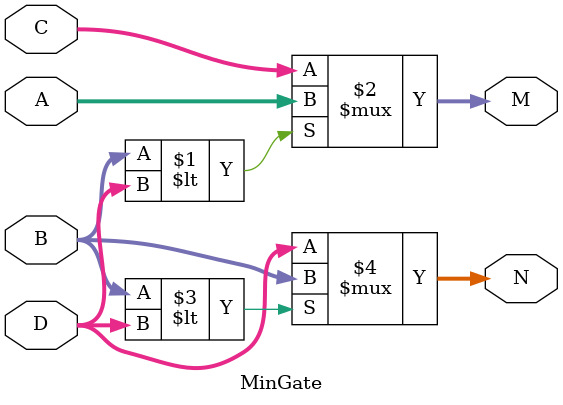
<source format=v>
module MinGate(
    input  wire [3:0] A,  // 4-bit
    input  wire [3:0] B,  // 4-bit
    input  wire [3:0] C,  // 4-bit
    input  wire [3:0] D,  // 4-bit
    output wire [3:0] M,  // 4-bit
    output wire [3:0] N   // 4-bit
);

    // M is A if B < D, otherwise C
    assign M = (B < D) ? A : C;

    // N is minimum of B and D
    assign N = (B < D) ? B : D;

endmodule

</source>
